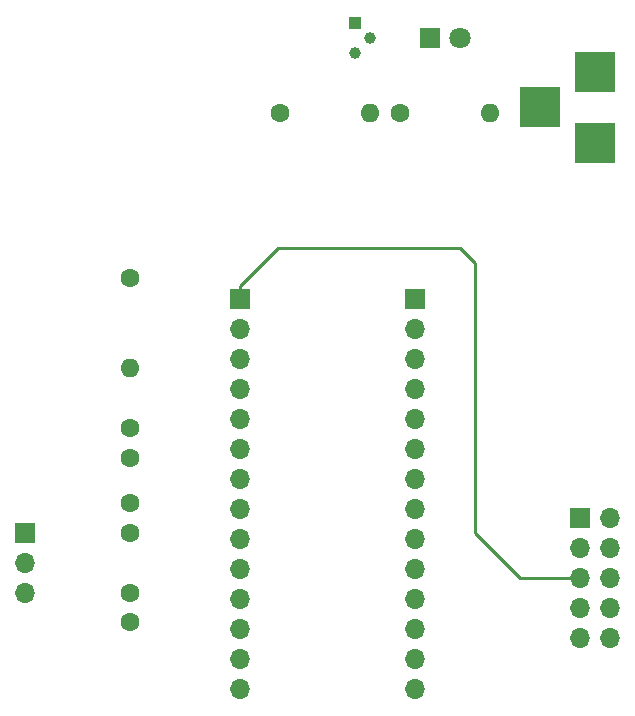
<source format=gbr>
G04 #@! TF.GenerationSoftware,KiCad,Pcbnew,(5.0.2)-1*
G04 #@! TF.CreationDate,2019-04-07T19:54:09+02:00*
G04 #@! TF.ProjectId,dip28_zif_programmer,64697032-385f-47a6-9966-5f70726f6772,rev?*
G04 #@! TF.SameCoordinates,Original*
G04 #@! TF.FileFunction,Copper,L2,Bot*
G04 #@! TF.FilePolarity,Positive*
%FSLAX46Y46*%
G04 Gerber Fmt 4.6, Leading zero omitted, Abs format (unit mm)*
G04 Created by KiCad (PCBNEW (5.0.2)-1) date 07/04/2019 19:54:09*
%MOMM*%
%LPD*%
G01*
G04 APERTURE LIST*
G04 #@! TA.AperFunction,ComponentPad*
%ADD10O,1.700000X1.700000*%
G04 #@! TD*
G04 #@! TA.AperFunction,ComponentPad*
%ADD11R,1.700000X1.700000*%
G04 #@! TD*
G04 #@! TA.AperFunction,ComponentPad*
%ADD12O,1.600000X1.600000*%
G04 #@! TD*
G04 #@! TA.AperFunction,ComponentPad*
%ADD13C,1.600000*%
G04 #@! TD*
G04 #@! TA.AperFunction,ComponentPad*
%ADD14C,1.800000*%
G04 #@! TD*
G04 #@! TA.AperFunction,ComponentPad*
%ADD15R,1.800000X1.800000*%
G04 #@! TD*
G04 #@! TA.AperFunction,ComponentPad*
%ADD16R,3.500000X3.500000*%
G04 #@! TD*
G04 #@! TA.AperFunction,ComponentPad*
%ADD17R,1.000000X1.000000*%
G04 #@! TD*
G04 #@! TA.AperFunction,ComponentPad*
%ADD18C,1.000000*%
G04 #@! TD*
G04 #@! TA.AperFunction,Conductor*
%ADD19C,0.250000*%
G04 #@! TD*
G04 APERTURE END LIST*
D10*
G04 #@! TO.P,J5,14*
G04 #@! TO.N,Net-(J5-Pad14)*
X157480000Y-112268000D03*
G04 #@! TO.P,J5,13*
G04 #@! TO.N,Net-(J5-Pad13)*
X157480000Y-109728000D03*
G04 #@! TO.P,J5,12*
G04 #@! TO.N,MOSI*
X157480000Y-107188000D03*
G04 #@! TO.P,J5,11*
G04 #@! TO.N,MISO*
X157480000Y-104648000D03*
G04 #@! TO.P,J5,10*
G04 #@! TO.N,SCK*
X157480000Y-102108000D03*
G04 #@! TO.P,J5,9*
G04 #@! TO.N,VCC*
X157480000Y-99568000D03*
G04 #@! TO.P,J5,8*
X157480000Y-97028000D03*
G04 #@! TO.P,J5,7*
G04 #@! TO.N,GND*
X157480000Y-94488000D03*
G04 #@! TO.P,J5,6*
G04 #@! TO.N,Net-(J5-Pad6)*
X157480000Y-91948000D03*
G04 #@! TO.P,J5,5*
G04 #@! TO.N,Net-(J5-Pad5)*
X157480000Y-89408000D03*
G04 #@! TO.P,J5,4*
G04 #@! TO.N,Net-(J5-Pad4)*
X157480000Y-86868000D03*
G04 #@! TO.P,J5,3*
G04 #@! TO.N,Net-(J5-Pad3)*
X157480000Y-84328000D03*
G04 #@! TO.P,J5,2*
G04 #@! TO.N,Net-(J5-Pad2)*
X157480000Y-81788000D03*
D11*
G04 #@! TO.P,J5,1*
G04 #@! TO.N,Net-(J5-Pad1)*
X157480000Y-79248000D03*
G04 #@! TD*
D12*
G04 #@! TO.P,R1,2*
G04 #@! TO.N,VCC*
X133350000Y-85090000D03*
D13*
G04 #@! TO.P,R1,1*
G04 #@! TO.N,RST*
X133350000Y-77470000D03*
G04 #@! TD*
G04 #@! TO.P,C1,2*
G04 #@! TO.N,GND*
X133350000Y-90210000D03*
G04 #@! TO.P,C1,1*
G04 #@! TO.N,VCC*
X133350000Y-92710000D03*
G04 #@! TD*
G04 #@! TO.P,C2,1*
G04 #@! TO.N,XTAL2*
X133350000Y-104140000D03*
G04 #@! TO.P,C2,2*
G04 #@! TO.N,GND*
X133350000Y-106640000D03*
G04 #@! TD*
G04 #@! TO.P,C3,2*
G04 #@! TO.N,GND*
X133350000Y-96560000D03*
G04 #@! TO.P,C3,1*
G04 #@! TO.N,XTAL1*
X133350000Y-99060000D03*
G04 #@! TD*
D14*
G04 #@! TO.P,D1,2*
G04 #@! TO.N,Net-(D1-Pad2)*
X161290000Y-57150000D03*
D15*
G04 #@! TO.P,D1,1*
G04 #@! TO.N,Net-(D1-Pad1)*
X158750000Y-57150000D03*
G04 #@! TD*
D10*
G04 #@! TO.P,J1,10*
G04 #@! TO.N,GND*
X173990000Y-107950000D03*
G04 #@! TO.P,J1,9*
G04 #@! TO.N,MISO*
X171450000Y-107950000D03*
G04 #@! TO.P,J1,8*
G04 #@! TO.N,GND*
X173990000Y-105410000D03*
G04 #@! TO.P,J1,7*
G04 #@! TO.N,SCK*
X171450000Y-105410000D03*
G04 #@! TO.P,J1,6*
G04 #@! TO.N,GND*
X173990000Y-102870000D03*
G04 #@! TO.P,J1,5*
G04 #@! TO.N,RST*
X171450000Y-102870000D03*
G04 #@! TO.P,J1,4*
G04 #@! TO.N,GND*
X173990000Y-100330000D03*
G04 #@! TO.P,J1,3*
G04 #@! TO.N,Net-(J1-Pad3)*
X171450000Y-100330000D03*
G04 #@! TO.P,J1,2*
G04 #@! TO.N,VCC*
X173990000Y-97790000D03*
D11*
G04 #@! TO.P,J1,1*
G04 #@! TO.N,MOSI*
X171450000Y-97790000D03*
G04 #@! TD*
D16*
G04 #@! TO.P,J2,3*
G04 #@! TO.N,GND*
X168020000Y-63040000D03*
G04 #@! TO.P,J2,2*
X172720000Y-60040000D03*
G04 #@! TO.P,J2,1*
G04 #@! TO.N,VCC*
X172720000Y-66040000D03*
G04 #@! TD*
D11*
G04 #@! TO.P,J3,1*
G04 #@! TO.N,RST*
X142621000Y-79248000D03*
D10*
G04 #@! TO.P,J3,2*
G04 #@! TO.N,Net-(J3-Pad2)*
X142621000Y-81788000D03*
G04 #@! TO.P,J3,3*
G04 #@! TO.N,Net-(J3-Pad3)*
X142621000Y-84328000D03*
G04 #@! TO.P,J3,4*
G04 #@! TO.N,Net-(J3-Pad4)*
X142621000Y-86868000D03*
G04 #@! TO.P,J3,5*
G04 #@! TO.N,LED*
X142621000Y-89408000D03*
G04 #@! TO.P,J3,6*
G04 #@! TO.N,Net-(J3-Pad6)*
X142621000Y-91948000D03*
G04 #@! TO.P,J3,7*
G04 #@! TO.N,VCC*
X142621000Y-94488000D03*
G04 #@! TO.P,J3,8*
G04 #@! TO.N,GND*
X142621000Y-97028000D03*
G04 #@! TO.P,J3,9*
G04 #@! TO.N,XTAL1*
X142621000Y-99568000D03*
G04 #@! TO.P,J3,10*
G04 #@! TO.N,XTAL2*
X142621000Y-102108000D03*
G04 #@! TO.P,J3,11*
G04 #@! TO.N,Net-(J3-Pad11)*
X142621000Y-104648000D03*
G04 #@! TO.P,J3,12*
G04 #@! TO.N,Net-(J3-Pad12)*
X142621000Y-107188000D03*
G04 #@! TO.P,J3,13*
G04 #@! TO.N,Net-(J3-Pad13)*
X142621000Y-109728000D03*
G04 #@! TO.P,J3,14*
G04 #@! TO.N,Net-(J3-Pad14)*
X142621000Y-112268000D03*
G04 #@! TD*
D11*
G04 #@! TO.P,J4,1*
G04 #@! TO.N,XTAL1*
X124460000Y-99060000D03*
D10*
G04 #@! TO.P,J4,2*
G04 #@! TO.N,Net-(J4-Pad2)*
X124460000Y-101600000D03*
G04 #@! TO.P,J4,3*
G04 #@! TO.N,XTAL2*
X124460000Y-104140000D03*
G04 #@! TD*
D13*
G04 #@! TO.P,R2,1*
G04 #@! TO.N,LED*
X146050000Y-63500000D03*
D12*
G04 #@! TO.P,R2,2*
G04 #@! TO.N,Net-(Q1-Pad2)*
X153670000Y-63500000D03*
G04 #@! TD*
G04 #@! TO.P,R3,2*
G04 #@! TO.N,Net-(D1-Pad2)*
X163830000Y-63500000D03*
D13*
G04 #@! TO.P,R3,1*
G04 #@! TO.N,VCC*
X156210000Y-63500000D03*
G04 #@! TD*
D17*
G04 #@! TO.P,Q1,1*
G04 #@! TO.N,Net-(D1-Pad1)*
X152400000Y-55880000D03*
D18*
G04 #@! TO.P,Q1,3*
G04 #@! TO.N,GND*
X152400000Y-58420000D03*
G04 #@! TO.P,Q1,2*
G04 #@! TO.N,Net-(Q1-Pad2)*
X153670000Y-57150000D03*
G04 #@! TD*
D19*
G04 #@! TO.N,RST*
X145839000Y-74930000D02*
X142621000Y-78148000D01*
X142621000Y-78148000D02*
X142621000Y-79248000D01*
X161290000Y-74930000D02*
X145839000Y-74930000D01*
X162560000Y-76200000D02*
X161290000Y-74930000D01*
X162560000Y-99060000D02*
X162560000Y-76200000D01*
X171450000Y-102870000D02*
X166370000Y-102870000D01*
X166370000Y-102870000D02*
X162560000Y-99060000D01*
G04 #@! TD*
M02*

</source>
